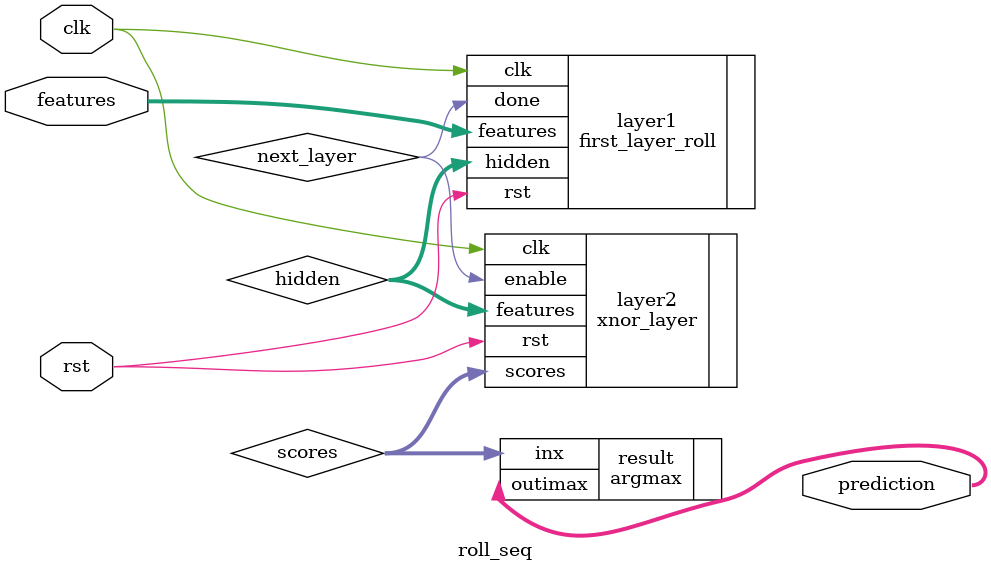
<source format=v>
module roll_seq #(
  parameter FEAT_CNT = 4,
  parameter FEAT_BITS = 4,
  parameter HIDDEN_CNT = 4,
  parameter CLASS_CNT = 4,
  parameter Weights0 = 0,
  parameter Weights1 = 0
  ) (
  input clk,
  input rst,
  input [FEAT_CNT*FEAT_BITS-1:0] features,
  output [$clog2(CLASS_CNT)-1:0] prediction
  );
  
  localparam SUM_BITS = $clog2(HIDDEN_CNT+1);
  wire [HIDDEN_CNT-1:0] hidden;
  wire next_layer;
  wire [SUM_BITS*CLASS_CNT-1:0] scores;

  first_layer_roll #(.FEAT_CNT(FEAT_CNT),.FEAT_BITS(FEAT_BITS),.HIDDEN_CNT(HIDDEN_CNT),.Weights(Weights0)) layer1 (
    .clk(clk),
    .rst(rst),
    .features(features),
    .hidden(hidden),
    .done(next_layer)
  );

 xnor_layer #(.HIDDEN_CNT(HIDDEN_CNT),.CLASS_CNT(CLASS_CNT),.Weights(Weights1)) layer2 (
    .clk(clk),
    .rst(rst),
    .enable(next_layer),
    .features(hidden),
    .scores(scores)
 );
  
  argmax #(.SIZE(CLASS_CNT),.INDEX_BITS($clog2(CLASS_CNT)),.BITS(SUM_BITS)) result (
     .inx(scores),
     .outimax(prediction)
  );

endmodule

</source>
